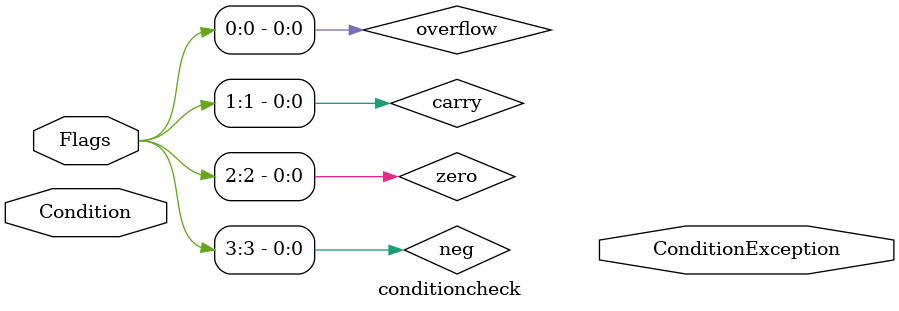
<source format=sv>
module condlogic(input logic clk, reset,
					  input logic [3:0] Cond,
					  input logic [3:0] ALUFlags,
					  input logic [1:0] FlagW,
			        input logic PCS, RegisterW, MemoryW,
					  output logic PCSrc, RegWrite,
					  MemWrite);
	logic [1:0] FlagWrite;
	logic [3:0] Flags;
	logic ConditionException;

	flopenr #(2)flagreg1(clk, reset, FlagWrite[1],
								ALUFlags[3:2], Flags[3:2]);

	flopenr #(2)flagreg0(clk, reset, FlagWrite[0],
								ALUFlags[1:0], Flags[1:0]);

	// write controls are conditional
	condcheck cc(Cond, Flags, CondException);
	assign FlagWrite = FlagW & {2{ConditionException}};
	assign RegisterWrite = RegisterW & CondException;
	assign MemWrite = MemoryW & CondException;
	assign PCSrc = PCS & CondException;
endmodule

module conditioncheck(input logic [3:0] Condition,
					  input logic [3:0] Flags,
					  output logic ConditionException);
	logic neg, zero, carry, overflow, ge;

	assign {neg, zero, carry, overflow} = Flags;
	assign ge = (neg == overflow);

	always_comb
		case(Condition)
			4'b0000: CondEx = zero; // EQ
			4'b0001: CondEx = ~zero; // NE
			4'b0010: CondEx = carry; // CS
			4'b0011: CondEx = ~carry; // CC
			4'b0100: CondEx = neg; // MI
			4'b0101: CondEx = ~neg; // PL
			4'b0110: CondEx = overflow; // VS
			4'b0111: CondEx = ~overflow; // VC
			4'b1000: CondEx = carry & ~zero; // HI
			4'b1001: CondEx = ~(carry & ~zero); // LS
			4'b1010: CondEx = ge; // GE
			4'b1011: CondEx = ~ge; // LT
			4'b1100: CondEx = ~zero & ge; // GT
			4'b1101: CondEx = ~(~zero & ge); // LE
			4'b1110: CondEx = 1'b1; // Always
			default: CondEx = 1'bx; // undefined
		endcase
endmodule
</source>
